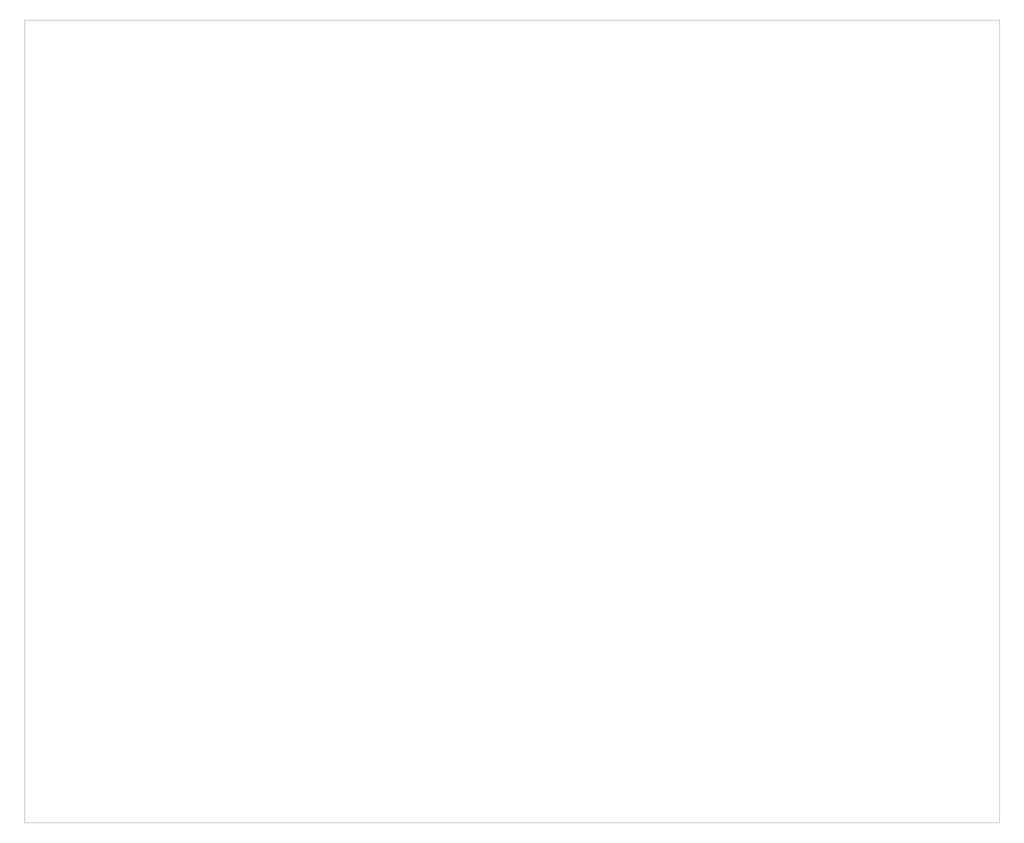
<source format=gbr>
G04 #@! TF.GenerationSoftware,KiCad,Pcbnew,(5.0.0)*
G04 #@! TF.CreationDate,2019-12-06T13:14:43+00:00*
G04 #@! TF.ProjectId,Board Tester,426F617264205465737465722E6B6963,rev?*
G04 #@! TF.SameCoordinates,Original*
G04 #@! TF.FileFunction,Profile,NP*
%FSLAX46Y46*%
G04 Gerber Fmt 4.6, Leading zero omitted, Abs format (unit mm)*
G04 Created by KiCad (PCBNEW (5.0.0)) date 12/06/19 13:14:43*
%MOMM*%
%LPD*%
G01*
G04 APERTURE LIST*
%ADD10C,0.100000*%
G04 APERTURE END LIST*
D10*
X83820000Y-35560000D02*
X342900000Y-35560000D01*
X83820000Y-248920000D02*
X83820000Y-35560000D01*
X342900000Y-248920000D02*
X83820000Y-248920000D01*
X342900000Y-35560000D02*
X342900000Y-248920000D01*
M02*

</source>
